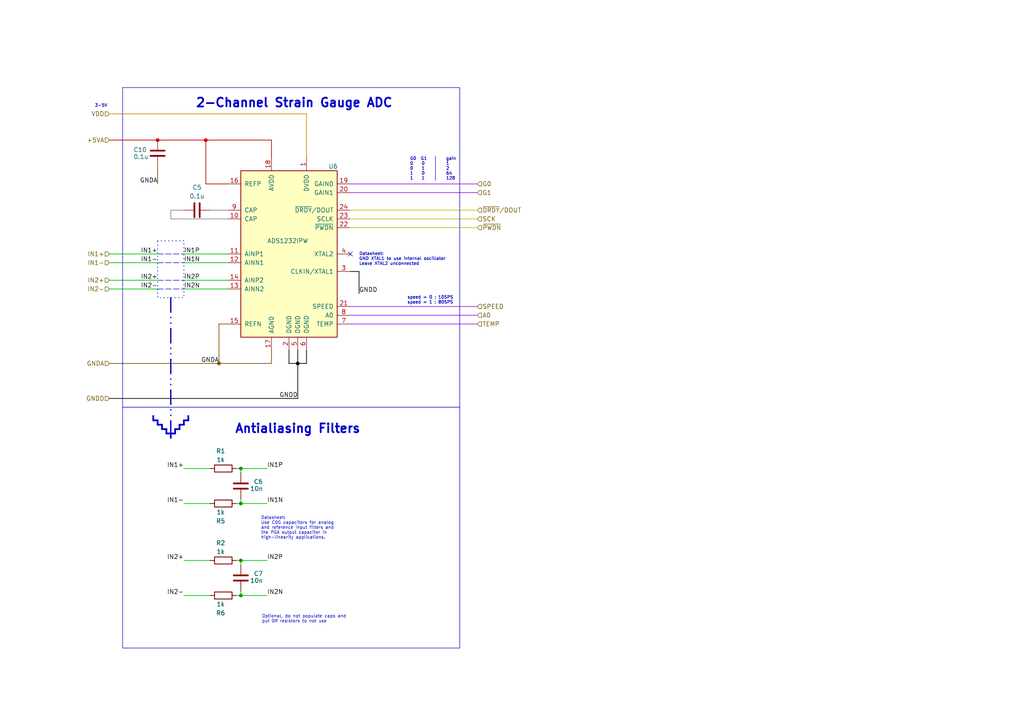
<source format=kicad_sch>
(kicad_sch (version 20250114) (generator "eeschema") (generator_version "9.0")
  (paper "A4")
  (lib_symbols
    (symbol "Analog_ADC:ADS1232IPW" (pin_names (offset 1.016))
      (property "Reference" "U" (at -13.97 25.4 0))
      (property "Value" "ADS1232IPW" (at 7.62 25.4 0))
      (symbol "ADS1232IPW_0_1"
        (rectangle (start -13.97 24.13) (end 13.97 -24.13) (stroke (width 0.254)) (fill (type background)))
      )
      (symbol "ADS1232IPW_1_1"
        (pin input line (at -17.78 20.32 0) (length 3.81) (name "REFP") (number "16"))
        (pin passive line (at -17.78 12.7 0) (length 3.81) (name "CAP") (number "9"))
        (pin passive line (at -17.78 10.16 0) (length 3.81) (name "CAP") (number "10"))
        (pin input line (at -17.78 0 0) (length 3.81) (name "AINP1") (number "11"))
        (pin input line (at -17.78 -2.54 0) (length 3.81) (name "AINN1") (number "12"))
        (pin input line (at -17.78 -7.62 0) (length 3.81) (name "AINP2") (number "14"))
        (pin input line (at -17.78 -10.16 0) (length 3.81) (name "AINN2") (number "13"))
        (pin input line (at -17.78 -20.32 0) (length 3.81) (name "REFN") (number "15"))
        (pin power_in line (at -5.08 27.94 270) (length 3.81) (name "AVDD") (number "18"))
        (pin power_in line (at -5.08 -27.94 90) (length 3.81) (name "AGND") (number "17"))
        (pin power_in line (at 0 -27.94 90) (length 3.81) (name "DGND") (number "2"))
        (pin power_in line (at 2.54 -27.94 90) (length 3.81) (name "DGND") (number "5"))
        (pin power_in line (at 5.08 27.94 270) (length 3.81) (name "DVDD") (number "1"))
        (pin power_in line (at 5.08 -27.94 90) (length 3.81) (name "DGND") (number "6"))
        (pin input line (at 17.78 20.32 180) (length 3.81) (name "GAIN0") (number "19"))
        (pin input line (at 17.78 17.78 180) (length 3.81) (name "GAIN1") (number "20"))
        (pin output line (at 17.78 12.7 180) (length 3.81) (name "~{DRDY}/DOUT") (number "24"))
        (pin input line (at 17.78 10.16 180) (length 3.81) (name "SCLK") (number "23"))
        (pin input line (at 17.78 7.62 180) (length 3.81) (name "~{PWDN}") (number "22"))
        (pin bidirectional line (at 17.78 0 180) (length 3.81) (name "XTAL2") (number "4"))
        (pin bidirectional line (at 17.78 -5.08 180) (length 3.81) (name "CLKIN/XTAL1") (number "3"))
        (pin input line (at 17.78 -15.24 180) (length 3.81) (name "SPEED") (number "21"))
        (pin input line (at 17.78 -17.78 180) (length 3.81) (name "A0") (number "8"))
        (pin input line (at 17.78 -20.32 180) (length 3.81) (name "TEMP") (number "7"))
      )
    )
    (symbol "Device:C" (pin_numbers (hide yes)) (pin_names (offset 0.254))
      (property "Reference" "C" (at 0.635 2.54 0))
      (property "Value" "C" (at 0.635 -2.54 0))
      (symbol "C_0_1"
        (polyline (pts (xy -2.032 0.762) (xy 2.032 0.762)) (stroke (width 0.508)))
        (polyline (pts (xy -2.032 -0.762) (xy 2.032 -0.762)) (stroke (width 0.508)))
      )
      (symbol "C_1_1"
        (pin passive line (at 0 3.81 270) (length 2.794) (name "~") (number "1"))
        (pin passive line (at 0 -3.81 90) (length 2.794) (name "~") (number "2"))
      )
    )
    (symbol "Device:R" (pin_numbers (hide yes)) (pin_names (offset 0))
      (property "Reference" "R" (at 2.032 0 90))
      (property "Value" "R" (at 0 0 90))
      (symbol "R_0_1"
        (rectangle (start -1.016 -2.54) (end 1.016 2.54) (stroke (width 0.254)))
      )
      (symbol "R_1_1"
        (pin passive line (at 0 3.81 270) (length 1.27) (name "~") (number "1"))
        (pin passive line (at 0 -3.81 90) (length 1.27) (name "~") (number "2"))
      )
    )
  )
  (rectangle (start 35.56 118.11) (end 133.35 187.96))
  (rectangle (start 45.72 69.85) (end 53.34 86.36) (stroke (width 0.254) (type dot)))
  (rectangle (start 35.56 25.4) (end 133.35 118.11))
  (text "Antialiasing Filters" (at 86.36 124.46 0) (effects (font (size 2.54 2.54) (thickness 0.508) (bold yes))))
  (text "Datasheet:\nUse C0G capacitors for analog \nand reference input filters and \nthe PGA output capacitor in \nhigh-linearity applications." (at 75.692 153.162 0) (effects (font (size 0.889 0.889) (thickness 0.1111)) (justify left)))
  (text "3-5V" (at 27.432 30.734 0) (effects (font (size 0.889 0.889)) (justify left)))
  (text "2-Channel Strain Gauge ADC" (at 85.344 29.972 0) (effects (font (size 2.54 2.54) (thickness 0.508) (bold yes))))
  (text "Optional, do not populate caps and \nput 0R resistors to not use" (at 75.946 179.578 0) (effects (font (size 0.889 0.889) (thickness 0.1111)) (justify left)))
  (text "G0  G1	|	gain\n0	0	|	1\n0	1	|	2\n1	0	|	64\n1	1	|	128" (at 118.872 49.022 0) (effects (font (size 0.889 0.889)) (justify left)))
  (text "speed = 0 ; 10SPS\nspeed = 1 ; 80SPS" (at 118.11 87.122 0) (effects (font (size 0.889 0.889)) (justify left)))
  (text "Datasheet:\nGND XTAL1 to use internal oscillator\nLeave XTAL2 unconnected" (at 104.14 75.184 0) (effects (font (size 0.889 0.889)) (justify left)))
  (junction (at 45.72 40.64) (color 194 0 0 1))
  (junction (at 69.85 146.05))
  (junction (at 69.85 135.89))
  (junction (at 59.69 40.64) (color 194 0 0 1))
  (junction (at 69.85 162.56))
  (junction (at 86.36 105.41) (color 0 0 0 1))
  (junction (at 63.5 105.41) (color 128 77 0 1))
  (junction (at 69.85 172.72))
  (no_connect (at 101.6 73.66))
  (wire (pts (xy 53.34 162.56) (xy 60.96 162.56)) (stroke (width 0.2032) (color 0 194 0 1)))
  (polyline (pts (xy 45.72 123.19) (xy 45.72 121.92)) (stroke (width 0.508) (type solid)))
  (wire (pts (xy 53.34 73.66) (xy 66.04 73.66)) (stroke (width 0.2032) (color 0 194 0 1)))
  (wire (pts (xy 31.75 73.66) (xy 45.72 73.66)) (stroke (width 0.2032) (color 0 194 0 1)))
  (wire (pts (xy 53.34 172.72) (xy 60.96 172.72)) (stroke (width 0.2032) (color 0 194 0 1)))
  (wire (pts (xy 138.43 88.9) (xy 101.6 88.9)) (stroke (width 0.2032) (color 160 32 240 1)))
  (polyline (pts (xy 49.53 125.73) (xy 49.53 127)) (stroke (width 0.508) (type solid)))
  (polyline (pts (xy 46.99 124.46) (xy 46.99 123.19)) (stroke (width 0.508) (type solid)))
  (polyline (pts (xy 45.72 121.92) (xy 44.45 121.92)) (stroke (width 0.508) (type solid)))
  (wire (pts (xy 49.53 63.5) (xy 66.04 63.5)) (stroke (width 0.2032) (color 132 132 132 1)))
  (wire (pts (xy 53.34 81.28) (xy 66.04 81.28)) (stroke (width 0.2032) (color 0 194 0 1)))
  (polyline (pts (xy 49.53 125.73) (xy 50.8 125.73)) (stroke (width 0.508) (type solid)))
  (wire (pts (xy 31.75 115.57) (xy 86.36 115.57)) (stroke (width 0.2032) (color 0 0 0 1)))
  (wire (pts (xy 69.85 137.16) (xy 69.85 135.89)) (stroke (width 0.2032) (color 0 194 0 1)))
  (wire (pts (xy 59.69 40.64) (xy 78.74 40.64)) (stroke (width 0.2032) (color 194 0 0 1)))
  (wire (pts (xy 31.75 76.2) (xy 45.72 76.2)) (stroke (width 0.2032) (color 0 194 0 1)))
  (wire (pts (xy 83.82 105.41) (xy 86.36 105.41)) (stroke (width 0.2032) (color 0 0 0 1)))
  (wire (pts (xy 78.74 105.41) (xy 63.5 105.41)) (stroke (width 0.2032) (color 128 77 0 1)))
  (polyline (pts (xy 45.72 83.82) (xy 53.34 83.82)) (stroke (width 0) (type dash)))
  (polyline (pts (xy 53.34 123.19) (xy 53.34 121.92)) (stroke (width 0.508) (type solid)))
  (polyline (pts (xy 50.8 124.46) (xy 52.07 124.46)) (stroke (width 0.508) (type solid)))
  (polyline (pts (xy 53.34 121.92) (xy 54.61 121.92)) (stroke (width 0.508) (type solid)))
  (wire (pts (xy 69.85 163.83) (xy 69.85 162.56)) (stroke (width 0.2032) (color 0 194 0 1)))
  (wire (pts (xy 31.75 81.28) (xy 45.72 81.28)) (stroke (width 0.2032) (color 0 194 0 1)))
  (polyline (pts (xy 52.07 124.46) (xy 52.07 123.19)) (stroke (width 0.508) (type solid)))
  (polyline (pts (xy 48.26 124.46) (xy 46.99 124.46)) (stroke (width 0.508) (type solid)))
  (wire (pts (xy 69.85 144.78) (xy 69.85 146.05)) (stroke (width 0.2032) (color 0 194 0 1)))
  (wire (pts (xy 45.72 40.64) (xy 59.69 40.64)) (stroke (width 0.2032) (color 194 0 0 1)))
  (wire (pts (xy 86.36 105.41) (xy 86.36 115.57)) (stroke (width 0.2032) (color 0 0 0 1)))
  (wire (pts (xy 69.85 135.89) (xy 68.58 135.89)) (stroke (width 0.2032) (color 0 194 0 1)))
  (wire (pts (xy 86.36 105.41) (xy 88.9 105.41)) (stroke (width 0.2032) (color 0 0 0 1)))
  (wire (pts (xy 86.36 101.6) (xy 86.36 105.41)) (stroke (width 0.2032) (color 0 0 0 1)))
  (wire (pts (xy 49.53 60.96) (xy 53.34 60.96)) (stroke (width 0.2032) (color 132 132 132 1)))
  (polyline (pts (xy 45.72 76.2) (xy 53.34 76.2)) (stroke (width 0) (type dash)))
  (wire (pts (xy 60.96 60.96) (xy 66.04 60.96)) (stroke (width 0.2032) (color 132 132 132 1)))
  (wire (pts (xy 69.85 146.05) (xy 68.58 146.05)) (stroke (width 0.2032) (color 0 194 0 1)))
  (wire (pts (xy 88.9 101.6) (xy 88.9 105.41)) (stroke (width 0.2032) (color 0 0 0 1)))
  (wire (pts (xy 88.9 33.02) (xy 31.75 33.02)) (stroke (width 0.2032) (color 221 133 0 1)))
  (wire (pts (xy 77.47 146.05) (xy 69.85 146.05)) (stroke (width 0.2032) (color 0 194 0 1)))
  (polyline (pts (xy 49.53 125.73) (xy 48.26 125.73)) (stroke (width 0.508) (type solid)))
  (wire (pts (xy 49.53 60.96) (xy 49.53 63.5)) (stroke (width 0.2032) (color 132 132 132 1)))
  (wire (pts (xy 104.14 78.74) (xy 101.6 78.74)) (stroke (width 0.2032) (color 0 0 0 1)))
  (polyline (pts (xy 44.45 120.65) (xy 44.45 121.92)) (stroke (width 0.508) (type solid)))
  (wire (pts (xy 138.43 66.04) (xy 101.6 66.04)) (stroke (width 0.2032) (color 194 194 0 1)))
  (wire (pts (xy 83.82 101.6) (xy 83.82 105.41)) (stroke (width 0.2032) (color 0 0 0 1)))
  (wire (pts (xy 138.43 93.98) (xy 101.6 93.98)) (stroke (width 0.2032) (color 160 32 240 1)))
  (wire (pts (xy 138.43 55.88) (xy 101.6 55.88)) (stroke (width 0.2032) (color 160 32 240 1)))
  (wire (pts (xy 53.34 76.2) (xy 66.04 76.2)) (stroke (width 0.2032) (color 0 194 0 1)))
  (wire (pts (xy 31.75 83.82) (xy 45.72 83.82)) (stroke (width 0.2032) (color 0 194 0 1)))
  (wire (pts (xy 78.74 40.64) (xy 78.74 45.72)) (stroke (width 0.2032) (color 194 0 0 1)))
  (polyline (pts (xy 49.53 86.36) (xy 49.53 125.73)) (stroke (width 0.381) (type dash_dot_dot)))
  (wire (pts (xy 53.34 146.05) (xy 60.96 146.05)) (stroke (width 0.2032) (color 0 194 0 1)))
  (wire (pts (xy 77.47 135.89) (xy 69.85 135.89)) (stroke (width 0.2032) (color 0 194 0 1)))
  (wire (pts (xy 63.5 93.98) (xy 63.5 105.41)) (stroke (width 0.2032) (color 128 77 0 1)))
  (polyline (pts (xy 45.72 81.28) (xy 53.34 81.28)) (stroke (width 0) (type dash)))
  (wire (pts (xy 63.5 105.41) (xy 31.75 105.41)) (stroke (width 0.2032) (color 128 77 0 1)))
  (wire (pts (xy 45.72 53.34) (xy 45.72 48.26)) (stroke (width 0.2032) (color 128 77 0 1)))
  (wire (pts (xy 69.85 162.56) (xy 68.58 162.56)) (stroke (width 0.2032) (color 0 194 0 1)))
  (polyline (pts (xy 50.8 125.73) (xy 50.8 124.46)) (stroke (width 0.508) (type solid)))
  (polyline (pts (xy 45.72 73.66) (xy 53.34 73.66)) (stroke (width 0) (type dash)))
  (wire (pts (xy 138.43 63.5) (xy 101.6 63.5)) (stroke (width 0.2032) (color 194 194 0 1)))
  (wire (pts (xy 53.34 135.89) (xy 60.96 135.89)) (stroke (width 0.2032) (color 0 194 0 1)))
  (wire (pts (xy 69.85 171.45) (xy 69.85 172.72)) (stroke (width 0.2032) (color 0 194 0 1)))
  (polyline (pts (xy 52.07 123.19) (xy 53.34 123.19)) (stroke (width 0.508) (type solid)))
  (wire (pts (xy 53.34 83.82) (xy 66.04 83.82)) (stroke (width 0.2032) (color 0 194 0 1)))
  (wire (pts (xy 138.43 91.44) (xy 101.6 91.44)) (stroke (width 0.2032) (color 160 32 240 1)))
  (wire (pts (xy 78.74 101.6) (xy 78.74 105.41)) (stroke (width 0.2032) (color 128 77 0 1)))
  (wire (pts (xy 138.43 53.34) (xy 101.6 53.34)) (stroke (width 0.2032) (color 160 32 240 1)))
  (wire (pts (xy 104.14 78.74) (xy 104.14 85.09)) (stroke (width 0.2032) (color 0 0 0 1)))
  (wire (pts (xy 69.85 172.72) (xy 68.58 172.72)) (stroke (width 0.2032) (color 0 194 0 1)))
  (wire (pts (xy 59.69 53.34) (xy 59.69 40.64)) (stroke (width 0.2032) (color 194 0 0 1)))
  (wire (pts (xy 138.43 60.96) (xy 101.6 60.96)) (stroke (width 0.2032) (color 194 194 0 1)))
  (polyline (pts (xy 46.99 123.19) (xy 45.72 123.19)) (stroke (width 0.508) (type solid)))
  (wire (pts (xy 77.47 172.72) (xy 69.85 172.72)) (stroke (width 0.2032) (color 0 194 0 1)))
  (wire (pts (xy 88.9 33.02) (xy 88.9 45.72)) (stroke (width 0.2032) (color 221 133 0 1)))
  (wire (pts (xy 31.75 40.64) (xy 45.72 40.64)) (stroke (width 0.2032) (color 194 0 0 1)))
  (wire (pts (xy 77.47 162.56) (xy 69.85 162.56)) (stroke (width 0.2032) (color 0 194 0 1)))
  (wire (pts (xy 66.04 93.98) (xy 63.5 93.98)) (stroke (width 0.2032) (color 128 77 0 1)))
  (polyline (pts (xy 54.61 120.65) (xy 54.61 121.92)) (stroke (width 0.508) (type solid)))
  (wire (pts (xy 66.04 53.34) (xy 59.69 53.34)) (stroke (width 0.2032) (color 194 0 0 1)))
  (polyline (pts (xy 48.26 125.73) (xy 48.26 124.46)) (stroke (width 0.508) (type solid)))
  (label "IN2N" (at 77.47 172.72 0))
  (label "IN2+" (at 53.34 162.56 180))
  (label "IN2-" (at 53.34 172.72 180))
  (label "IN1+" (at 45.72 73.66 180))
  (label "IN1-" (at 45.72 76.2 180))
  (label "IN1-" (at 53.34 146.05 180))
  (label "IN2N" (at 53.34 83.82 0))
  (label "IN2P" (at 77.47 162.56 0))
  (label "GNDD" (at 86.36 115.57 180))
  (label "IN1N" (at 53.34 76.2 0))
  (label "IN1P" (at 53.34 73.66 0))
  (label "GNDA" (at 63.5 105.41 180))
  (label "IN1+" (at 53.34 135.89 180))
  (label "GNDD" (at 104.14 85.09 0))
  (label "IN2+" (at 45.72 81.28 180))
  (label "IN1P" (at 77.47 135.89 0))
  (label "IN1N" (at 77.47 146.05 0))
  (label "IN2-" (at 45.72 83.82 180))
  (label "IN2P" (at 53.34 81.28 0))
  (label "GNDA" (at 45.72 53.34 180))
  (hierarchical_label "IN2+" (shape input) (at 31.75 81.28 180))
  (hierarchical_label "GNDD" (shape input) (at 31.75 115.57 180))
  (hierarchical_label "+5VA" (shape input) (at 31.75 40.64 180))
  (hierarchical_label "~{DRDY}{slash}DOUT" (shape input) (at 138.43 60.96 0))
  (hierarchical_label "IN1+" (shape input) (at 31.75 73.66 180))
  (hierarchical_label "GNDA" (shape input) (at 31.75 105.41 180))
  (hierarchical_label "IN2-" (shape input) (at 31.75 83.82 180))
  (hierarchical_label "~{PWDN}" (shape input) (at 138.43 66.04 0))
  (hierarchical_label "A0" (shape input) (at 138.43 91.44 0))
  (hierarchical_label "G1" (shape input) (at 138.43 55.88 0))
  (hierarchical_label "SCK" (shape input) (at 138.43 63.5 0))
  (hierarchical_label "G0" (shape input) (at 138.43 53.34 0))
  (hierarchical_label "SPEED" (shape input) (at 138.43 88.9 0))
  (hierarchical_label "VDD" (shape input) (at 31.75 33.02 180))
  (hierarchical_label "IN1-" (shape input) (at 31.75 76.2 180))
  (hierarchical_label "TEMP" (shape input) (at 138.43 93.98 0))
  (symbol (lib_id "Analog_ADC:ADS1232IPW") (at 83.82 73.66 0) (unit 1)
    (property "Reference" "U6" (at 95.25 48.26 0) (effects (justify left)))
    (property "Value" "ADS1232IPW" (at 77.47 69.85 0) (effects (justify left)))
    (property "Footprint" "Package_SO:TSSOP-24_4.4x7.8mm_P0.65mm" (effects (hide yes)))
  )
  (symbol (lib_id "Device:C") (at 69.85 140.97 0) (mirror x) (unit 1)
    (property "Reference" "C6" (at 74.93 139.7 0))
    (property "Value" "10n" (at 74.422 141.732 0))
    (property "Footprint" "Capacitor_SMD:C_0603_1608Metric_Pad1.08x0.95mm_HandSolder" (effects (hide yes)))
    (property "Description" "Unpolarized capacitor" (effects (hide yes)))
  )
  (symbol (lib_id "Device:R") (at 64.77 172.72 90) (mirror x) (unit 1)
    (property "Reference" "R6" (at 64.008 177.8 90))
    (property "Value" "1k" (at 64.008 175.26 90))
    (property "Footprint" "Resistor_SMD:R_0603_1608Metric_Pad0.98x0.95mm_HandSolder" (effects (hide yes)))
    (property "Description" "Resistor" (effects (hide yes)))
  )
  (symbol (lib_id "Device:R") (at 64.77 162.56 90) (unit 1)
    (property "Reference" "R2" (at 64.008 157.48 90))
    (property "Value" "1k" (at 64.008 160.02 90))
    (property "Footprint" "Resistor_SMD:R_0603_1608Metric_Pad0.98x0.95mm_HandSolder" (effects (hide yes)))
    (property "Description" "Resistor" (effects (hide yes)))
  )
  (symbol (lib_id "Device:R") (at 64.77 135.89 90) (unit 1)
    (property "Reference" "R1" (at 64.008 130.81 90))
    (property "Value" "1k" (at 64.008 133.35 90))
    (property "Footprint" "Resistor_SMD:R_0603_1608Metric_Pad0.98x0.95mm_HandSolder" (effects (hide yes)))
    (property "Description" "Resistor" (effects (hide yes)))
  )
  (symbol (lib_id "Device:C") (at 69.85 167.64 0) (mirror x) (unit 1)
    (property "Reference" "C7" (at 74.93 166.37 0))
    (property "Value" "10n" (at 74.422 168.402 0))
    (property "Footprint" "Capacitor_SMD:C_0603_1608Metric_Pad1.08x0.95mm_HandSolder" (effects (hide yes)))
    (property "Description" "Unpolarized capacitor" (effects (hide yes)))
  )
  (symbol (lib_id "Device:C") (at 57.15 60.96 90) (unit 1)
    (property "Reference" "C5" (at 57.15 54.356 90))
    (property "Value" "0.1u" (at 57.15 56.896 90))
    (property "Footprint" "Capacitor_SMD:C_0603_1608Metric_Pad1.08x0.95mm_HandSolder" (effects (hide yes)))
    (property "Description" "Unpolarized capacitor" (effects (hide yes)))
  )
  (symbol (lib_id "Device:R") (at 64.77 146.05 90) (mirror x) (unit 1)
    (property "Reference" "R5" (at 64.008 151.13 90))
    (property "Value" "1k" (at 64.008 148.59 90))
    (property "Footprint" "Resistor_SMD:R_0603_1608Metric_Pad0.98x0.95mm_HandSolder" (effects (hide yes)))
    (property "Description" "Resistor" (effects (hide yes)))
  )
  (symbol (lib_id "Device:C") (at 45.72 44.45 180) (unit 1)
    (property "Reference" "C10" (at 40.64 43.434 0))
    (property "Value" "0.1u" (at 40.894 45.466 0))
    (property "Footprint" "Capacitor_SMD:C_0603_1608Metric_Pad1.08x0.95mm_HandSolder" (effects (hide yes)))
    (property "Description" "Unpolarized capacitor" (effects (hide yes)))
  )
)
</source>
